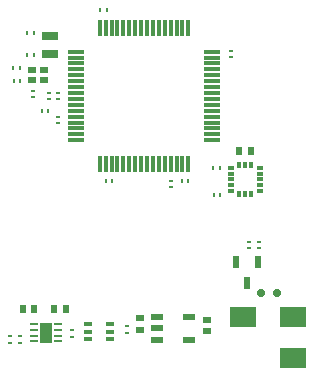
<source format=gbr>
%TF.GenerationSoftware,KiCad,Pcbnew,9.0.3*%
%TF.CreationDate,2025-09-02T10:47:08-04:00*%
%TF.ProjectId,simon,73696d6f-6e2e-46b6-9963-61645f706362,rev?*%
%TF.SameCoordinates,Original*%
%TF.FileFunction,Paste,Top*%
%TF.FilePolarity,Positive*%
%FSLAX46Y46*%
G04 Gerber Fmt 4.6, Leading zero omitted, Abs format (unit mm)*
G04 Created by KiCad (PCBNEW 9.0.3) date 2025-09-02 10:47:08*
%MOMM*%
%LPD*%
G01*
G04 APERTURE LIST*
G04 Aperture macros list*
%AMRoundRect*
0 Rectangle with rounded corners*
0 $1 Rounding radius*
0 $2 $3 $4 $5 $6 $7 $8 $9 X,Y pos of 4 corners*
0 Add a 4 corners polygon primitive as box body*
4,1,4,$2,$3,$4,$5,$6,$7,$8,$9,$2,$3,0*
0 Add four circle primitives for the rounded corners*
1,1,$1+$1,$2,$3*
1,1,$1+$1,$4,$5*
1,1,$1+$1,$6,$7*
1,1,$1+$1,$8,$9*
0 Add four rect primitives between the rounded corners*
20,1,$1+$1,$2,$3,$4,$5,0*
20,1,$1+$1,$4,$5,$6,$7,0*
20,1,$1+$1,$6,$7,$8,$9,0*
20,1,$1+$1,$8,$9,$2,$3,0*%
G04 Aperture macros list end*
%ADD10R,0.350000X0.250000*%
%ADD11RoundRect,0.087500X-0.187500X-0.087500X0.187500X-0.087500X0.187500X0.087500X-0.187500X0.087500X0*%
%ADD12RoundRect,0.087500X-0.087500X-0.187500X0.087500X-0.187500X0.087500X0.187500X-0.087500X0.187500X0*%
%ADD13R,0.250000X0.350000*%
%ADD14R,0.508000X1.117600*%
%ADD15R,0.750000X0.600000*%
%ADD16R,0.600000X0.700000*%
%ADD17R,1.000000X0.599999*%
%ADD18R,0.700000X0.600000*%
%ADD19R,1.475000X0.300000*%
%ADD20R,0.300000X1.475000*%
%ADD21R,0.711200X0.279400*%
%ADD22R,0.990600X1.701800*%
%ADD23RoundRect,0.150000X-0.150000X-0.200000X0.150000X-0.200000X0.150000X0.200000X-0.150000X0.200000X0*%
%ADD24RoundRect,0.100000X-0.225000X-0.100000X0.225000X-0.100000X0.225000X0.100000X-0.225000X0.100000X0*%
%ADD25R,2.250000X1.700000*%
%ADD26R,1.400000X0.680000*%
G04 APERTURE END LIST*
D10*
%TO.C,R204*%
X146920000Y-99920000D03*
X146920000Y-100470000D03*
%TD*%
D11*
%TO.C,U301*%
X155737500Y-86505000D03*
X155737500Y-87005000D03*
X155737500Y-87505000D03*
X155737500Y-88005000D03*
X155737500Y-88505000D03*
D12*
X156462500Y-88730000D03*
X156962500Y-88730000D03*
X157462500Y-88730000D03*
D11*
X158187500Y-88505000D03*
X158187500Y-88005000D03*
X158187500Y-87505000D03*
X158187500Y-87005000D03*
X158187500Y-86505000D03*
D12*
X157462500Y-86280000D03*
X156962500Y-86280000D03*
X156462500Y-86280000D03*
%TD*%
D13*
%TO.C,C404*%
X137295000Y-78090000D03*
X137845000Y-78090000D03*
%TD*%
D10*
%TO.C,C410*%
X141130000Y-82200000D03*
X141130000Y-82750000D03*
%TD*%
D14*
%TO.C,Q301*%
X158050001Y-94492000D03*
X156149999Y-94492000D03*
X157100000Y-96270000D03*
%TD*%
D15*
%TO.C,Y402*%
X138855000Y-79075000D03*
X139905000Y-79075000D03*
X139905000Y-78275000D03*
X138855000Y-78275000D03*
%TD*%
D13*
%TO.C,C401*%
X138490000Y-76990000D03*
X139040000Y-76990000D03*
%TD*%
%TO.C,C409*%
X145205000Y-73200000D03*
X144655000Y-73200000D03*
%TD*%
%TO.C,C403*%
X137340000Y-79170000D03*
X137890000Y-79170000D03*
%TD*%
D16*
%TO.C,C202*%
X140795000Y-98470000D03*
X141795000Y-98470000D03*
%TD*%
D17*
%TO.C,U202*%
X149470000Y-99170001D03*
X149470000Y-100120002D03*
X149470000Y-101070000D03*
X152220000Y-101070000D03*
X152220000Y-99170001D03*
%TD*%
D13*
%TO.C,R301*%
X154295000Y-88840000D03*
X154845000Y-88840000D03*
%TD*%
D16*
%TO.C,C201*%
X139095000Y-98470000D03*
X138095000Y-98470000D03*
%TD*%
D18*
%TO.C,C203*%
X148020000Y-99270000D03*
X148020000Y-100270000D03*
%TD*%
%TO.C,C204*%
X153720000Y-100370000D03*
X153720000Y-99370000D03*
%TD*%
D13*
%TO.C,C407*%
X151555000Y-87675000D03*
X152105000Y-87675000D03*
%TD*%
%TO.C,R401*%
X139705000Y-81725000D03*
X140255000Y-81725000D03*
%TD*%
D10*
%TO.C,R304*%
X158080000Y-93315000D03*
X158080000Y-92765000D03*
%TD*%
%TO.C,R203*%
X142295000Y-100270000D03*
X142295000Y-100820000D03*
%TD*%
%TO.C,C405*%
X141130000Y-80725000D03*
X141130000Y-80175000D03*
%TD*%
D19*
%TO.C,U401*%
X142642000Y-76687000D03*
X142642000Y-77187000D03*
X142642000Y-77687000D03*
X142642000Y-78187000D03*
X142642000Y-78687000D03*
X142642000Y-79187000D03*
X142642000Y-79687000D03*
X142642000Y-80187000D03*
X142642000Y-80687000D03*
X142642000Y-81187000D03*
X142642000Y-81687000D03*
X142642000Y-82187000D03*
X142642000Y-82687000D03*
X142642000Y-83187000D03*
X142642000Y-83687000D03*
X142642000Y-84187000D03*
D20*
X144630000Y-86175000D03*
X145130000Y-86175000D03*
X145630000Y-86175000D03*
X146130000Y-86175000D03*
X146630000Y-86175000D03*
X147130000Y-86175000D03*
X147630000Y-86175000D03*
X148130000Y-86175000D03*
X148630000Y-86175000D03*
X149130000Y-86175000D03*
X149630000Y-86175000D03*
X150130000Y-86175000D03*
X150630000Y-86175000D03*
X151130000Y-86175000D03*
X151630000Y-86175000D03*
X152130000Y-86175000D03*
D19*
X154118000Y-84187000D03*
X154118000Y-83687000D03*
X154118000Y-83187000D03*
X154118000Y-82687000D03*
X154118000Y-82187000D03*
X154118000Y-81687000D03*
X154118000Y-81187000D03*
X154118000Y-80687000D03*
X154118000Y-80187000D03*
X154118000Y-79687000D03*
X154118000Y-79187000D03*
X154118000Y-78687000D03*
X154118000Y-78187000D03*
X154118000Y-77687000D03*
X154118000Y-77187000D03*
X154118000Y-76687000D03*
D20*
X152130000Y-74699000D03*
X151630000Y-74699000D03*
X151130000Y-74699000D03*
X150630000Y-74699000D03*
X150130000Y-74699000D03*
X149630000Y-74699000D03*
X149130000Y-74699000D03*
X148630000Y-74699000D03*
X148130000Y-74699000D03*
X147630000Y-74699000D03*
X147130000Y-74699000D03*
X146630000Y-74699000D03*
X146130000Y-74699000D03*
X145630000Y-74699000D03*
X145130000Y-74699000D03*
X144630000Y-74699000D03*
%TD*%
D13*
%TO.C,C402*%
X138475000Y-75120000D03*
X139025000Y-75120000D03*
%TD*%
D21*
%TO.C,U201*%
X139091700Y-99719811D03*
X139091700Y-100219937D03*
X139091700Y-100720063D03*
X139091700Y-101220189D03*
X141098300Y-101220189D03*
X141098300Y-100720063D03*
X141098300Y-100219937D03*
X141098300Y-99719811D03*
D22*
X140095000Y-100470000D03*
%TD*%
D23*
%TO.C,D301*%
X159667500Y-97100000D03*
X158267500Y-97100000D03*
%TD*%
D10*
%TO.C,C408*%
X155730000Y-77150000D03*
X155730000Y-76600000D03*
%TD*%
%TO.C,R202*%
X137895000Y-100770000D03*
X137895000Y-101320000D03*
%TD*%
%TO.C,R201*%
X136995000Y-100770000D03*
X136995000Y-101320000D03*
%TD*%
%TO.C,R303*%
X157260000Y-93310000D03*
X157260000Y-92760000D03*
%TD*%
D24*
%TO.C,U203*%
X143620000Y-99745000D03*
X143620000Y-100395000D03*
X143620000Y-101045000D03*
X145520000Y-101045000D03*
X145520000Y-100395000D03*
X145520000Y-99745000D03*
%TD*%
D10*
%TO.C,R403*%
X150630000Y-87625000D03*
X150630000Y-88175000D03*
%TD*%
D16*
%TO.C,C301*%
X156437500Y-85080000D03*
X157437500Y-85080000D03*
%TD*%
D25*
%TO.C,LS301*%
X161020000Y-99120000D03*
X156770000Y-99120000D03*
X161020000Y-102620000D03*
%TD*%
D10*
%TO.C,R402*%
X138950000Y-80550000D03*
X138950000Y-80000000D03*
%TD*%
D13*
%TO.C,R302*%
X154255000Y-86510000D03*
X154805000Y-86510000D03*
%TD*%
D10*
%TO.C,R404*%
X140330000Y-80725000D03*
X140330000Y-80175000D03*
%TD*%
D26*
%TO.C,Y401*%
X140430000Y-76925000D03*
X140430000Y-75345000D03*
%TD*%
D13*
%TO.C,C406*%
X145155000Y-87675000D03*
X145705000Y-87675000D03*
%TD*%
M02*

</source>
